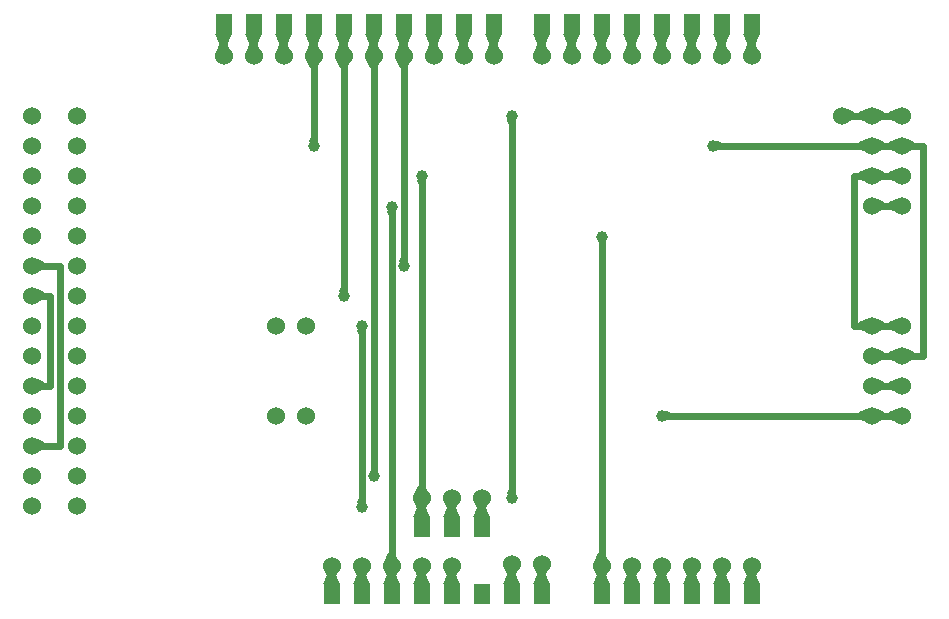
<source format=gbl>
G04 Layer: BottomLayer*
G04 EasyEDA v6.5.5, 2022-06-04 12:09:53*
G04 3e123cf2e83c460a892e92cee729170b,ccec236b37084310ae2d027740726036,10*
G04 Gerber Generator version 0.2*
G04 Scale: 100 percent, Rotated: No, Reflected: No *
G04 Dimensions in millimeters *
G04 leading zeros omitted , absolute positions ,4 integer and 5 decimal *
%FSLAX45Y45*%
%MOMM*%

%ADD12C,0.6000*%
%ADD13C,1.0000*%
%ADD14R,1.4224X1.7069*%
%ADD15C,1.5240*%

%LPD*%
G36*
X4541977Y3998061D02*
G01*
X4500880Y3908044D01*
X4643120Y3908044D01*
X4602022Y3998061D01*
G37*
G36*
X4287977Y3998061D02*
G01*
X4246880Y3908044D01*
X4389120Y3908044D01*
X4348022Y3998061D01*
G37*
G36*
X4033977Y3998061D02*
G01*
X3992879Y3908044D01*
X4135120Y3908044D01*
X4094022Y3998061D01*
G37*
G36*
X4033977Y3998061D02*
G01*
X3992879Y3908044D01*
X4135120Y3908044D01*
X4094022Y3998061D01*
G37*
G36*
X4287977Y3998061D02*
G01*
X4246880Y3908044D01*
X4389120Y3908044D01*
X4348022Y3998061D01*
G37*
G36*
X4541977Y3998061D02*
G01*
X4500880Y3908044D01*
X4643120Y3908044D01*
X4602022Y3998061D01*
G37*
G36*
X5049977Y3426561D02*
G01*
X5008880Y3336544D01*
X5151120Y3336544D01*
X5109972Y3426561D01*
G37*
G36*
X4795977Y3426561D02*
G01*
X4754880Y3336544D01*
X4897120Y3336544D01*
X4855972Y3426561D01*
G37*
G36*
X4287977Y3426561D02*
G01*
X4246880Y3336544D01*
X4389120Y3336544D01*
X4348022Y3426561D01*
G37*
G36*
X4033977Y3426561D02*
G01*
X3992879Y3336544D01*
X4135120Y3336544D01*
X4094022Y3426561D01*
G37*
G36*
X3779977Y3426561D02*
G01*
X3738879Y3336544D01*
X3881120Y3336544D01*
X3840022Y3426561D01*
G37*
G36*
X3525977Y3426561D02*
G01*
X3484879Y3336544D01*
X3627120Y3336544D01*
X3586022Y3426561D01*
G37*
G36*
X3271977Y3426561D02*
G01*
X3230880Y3336544D01*
X3373120Y3336544D01*
X3332022Y3426561D01*
G37*
G36*
X6827977Y3426561D02*
G01*
X6786880Y3336544D01*
X6929120Y3336544D01*
X6888022Y3426561D01*
G37*
G36*
X6573977Y3426561D02*
G01*
X6532880Y3336544D01*
X6675120Y3336544D01*
X6634022Y3426561D01*
G37*
G36*
X6319977Y3426561D02*
G01*
X6278880Y3336544D01*
X6421120Y3336544D01*
X6380022Y3426561D01*
G37*
G36*
X6065977Y3426561D02*
G01*
X6024880Y3336544D01*
X6167120Y3336544D01*
X6126022Y3426561D01*
G37*
G36*
X5811977Y3426561D02*
G01*
X5770880Y3336544D01*
X5913120Y3336544D01*
X5872022Y3426561D01*
G37*
G36*
X5557977Y3426561D02*
G01*
X5516880Y3336544D01*
X5659120Y3336544D01*
X5618022Y3426561D01*
G37*
G36*
X5008880Y7991856D02*
G01*
X5049977Y7901838D01*
X5110022Y7901838D01*
X5151120Y7991856D01*
G37*
G36*
X5262880Y7991856D02*
G01*
X5303977Y7901838D01*
X5364022Y7901838D01*
X5405120Y7991856D01*
G37*
G36*
X5516880Y7991856D02*
G01*
X5557977Y7901838D01*
X5618022Y7901838D01*
X5659120Y7991856D01*
G37*
G36*
X5770880Y7991856D02*
G01*
X5811977Y7901838D01*
X5871972Y7901838D01*
X5913069Y7991856D01*
G37*
G36*
X6024880Y7991856D02*
G01*
X6065977Y7901838D01*
X6125972Y7901838D01*
X6167069Y7991856D01*
G37*
G36*
X6278880Y7991805D02*
G01*
X6319977Y7901838D01*
X6379972Y7901838D01*
X6421069Y7991805D01*
G37*
G36*
X6532880Y7991805D02*
G01*
X6573977Y7901838D01*
X6633972Y7901838D01*
X6675069Y7991805D01*
G37*
G36*
X6786880Y7991805D02*
G01*
X6827977Y7901838D01*
X6887972Y7901838D01*
X6929069Y7991805D01*
G37*
G36*
X2316480Y7991805D02*
G01*
X2357577Y7901838D01*
X2417622Y7901838D01*
X2458720Y7991805D01*
G37*
G36*
X2570480Y7991805D02*
G01*
X2611577Y7901838D01*
X2671622Y7901838D01*
X2712720Y7991805D01*
G37*
G36*
X2824480Y7991805D02*
G01*
X2865577Y7901838D01*
X2925622Y7901838D01*
X2966720Y7991805D01*
G37*
G36*
X3078480Y7991805D02*
G01*
X3119577Y7901838D01*
X3179622Y7901838D01*
X3220720Y7991805D01*
G37*
G36*
X3332479Y7991805D02*
G01*
X3373577Y7901838D01*
X3433622Y7901838D01*
X3474720Y7991805D01*
G37*
G36*
X3586479Y7991805D02*
G01*
X3627577Y7901838D01*
X3687622Y7901838D01*
X3728720Y7991805D01*
G37*
G36*
X3840479Y7991805D02*
G01*
X3881577Y7901838D01*
X3941622Y7901838D01*
X3982720Y7991805D01*
G37*
G36*
X4094479Y7991805D02*
G01*
X4135577Y7901838D01*
X4195622Y7901838D01*
X4236720Y7991805D01*
G37*
G36*
X4348480Y7991805D02*
G01*
X4389577Y7901838D01*
X4449622Y7901838D01*
X4490720Y7991805D01*
G37*
G36*
X4602480Y7991856D02*
G01*
X4643577Y7901838D01*
X4703622Y7901838D01*
X4744720Y7991856D01*
G37*
G36*
X6129070Y4799990D02*
G01*
X6129070Y4725009D01*
X6164072Y4732477D01*
X6164072Y4792522D01*
G37*
G36*
X4789271Y7270242D02*
G01*
X4795977Y7235088D01*
X4856022Y7233767D01*
X4864252Y7268565D01*
G37*
G36*
X4795977Y4132072D02*
G01*
X4788509Y4097070D01*
X4863490Y4097070D01*
X4856022Y4132072D01*
G37*
G36*
X3525977Y4055872D02*
G01*
X3518509Y4020870D01*
X3593490Y4020870D01*
X3586022Y4055872D01*
G37*
G36*
X3881577Y6100572D02*
G01*
X3874109Y6065570D01*
X3949090Y6065570D01*
X3941622Y6100572D01*
G37*
G36*
X4026509Y6761429D02*
G01*
X4033977Y6726428D01*
X4094022Y6726428D01*
X4101490Y6761429D01*
G37*
G36*
X3518509Y5491429D02*
G01*
X3525977Y5456428D01*
X3586022Y5456428D01*
X3593490Y5491429D01*
G37*
G36*
X3772509Y6494729D02*
G01*
X3779977Y6459728D01*
X3840022Y6459728D01*
X3847490Y6494729D01*
G37*
G36*
X3119577Y7116572D02*
G01*
X3112109Y7081570D01*
X3187090Y7081570D01*
X3179622Y7116572D01*
G37*
G36*
X3373577Y5846572D02*
G01*
X3366109Y5811570D01*
X3441090Y5811570D01*
X3433622Y5846572D01*
G37*
G36*
X6560870Y7085990D02*
G01*
X6560870Y7010958D01*
X6595872Y7018477D01*
X6595872Y7078472D01*
G37*
G36*
X4514850Y4015689D02*
G01*
X4541977Y3962349D01*
X4602022Y3962349D01*
X4629150Y4015689D01*
G37*
G36*
X4260850Y4013047D02*
G01*
X4287977Y3959707D01*
X4348022Y3959707D01*
X4375150Y4013047D01*
G37*
G36*
X4033977Y4165396D02*
G01*
X4006850Y4112056D01*
X4121150Y4112056D01*
X4094022Y4165396D01*
G37*
G36*
X4006850Y4011269D02*
G01*
X4033977Y3957929D01*
X4094022Y3957929D01*
X4121150Y4011269D01*
G37*
G36*
X7823606Y7359650D02*
G01*
X7770266Y7332522D01*
X7770317Y7272477D01*
X7823657Y7245350D01*
G37*
G36*
X7924444Y7359650D02*
G01*
X7924393Y7245350D01*
X7977784Y7272477D01*
X7977784Y7332522D01*
G37*
G36*
X7670393Y7359650D02*
G01*
X7670393Y7245350D01*
X7723733Y7272477D01*
X7723733Y7332522D01*
G37*
G36*
X4260850Y3442106D02*
G01*
X4287977Y3388766D01*
X4348022Y3388766D01*
X4375150Y3442106D01*
G37*
G36*
X4006850Y3443224D02*
G01*
X4033977Y3389884D01*
X4094022Y3389884D01*
X4121150Y3443224D01*
G37*
G36*
X3881577Y7914233D02*
G01*
X3854450Y7860893D01*
X3968750Y7860893D01*
X3941622Y7914233D01*
G37*
G36*
X3854450Y7760106D02*
G01*
X3881577Y7706766D01*
X3941622Y7706766D01*
X3968750Y7760106D01*
G37*
G36*
X4135577Y7914233D02*
G01*
X4108450Y7860893D01*
X4222750Y7860893D01*
X4195622Y7914233D01*
G37*
G36*
X4389577Y7914233D02*
G01*
X4362450Y7860893D01*
X4476750Y7860893D01*
X4449622Y7914233D01*
G37*
G36*
X4643577Y7914233D02*
G01*
X4616450Y7860893D01*
X4730750Y7860893D01*
X4703622Y7914233D01*
G37*
G36*
X5049977Y7914233D02*
G01*
X5022850Y7860893D01*
X5137150Y7860893D01*
X5110022Y7914233D01*
G37*
G36*
X5303977Y7914233D02*
G01*
X5276850Y7860893D01*
X5391150Y7860893D01*
X5364022Y7914233D01*
G37*
G36*
X5557977Y7914233D02*
G01*
X5530850Y7860893D01*
X5645150Y7860893D01*
X5618022Y7914233D01*
G37*
G36*
X8077606Y7359650D02*
G01*
X8024266Y7332522D01*
X8024266Y7272477D01*
X8077606Y7245350D01*
G37*
G36*
X8077606Y7105650D02*
G01*
X8024266Y7078472D01*
X8024266Y7018477D01*
X8077606Y6991350D01*
G37*
G36*
X8077606Y7105650D02*
G01*
X8024266Y7078472D01*
X8024266Y7018477D01*
X8077606Y6991350D01*
G37*
G36*
X8178393Y7105650D02*
G01*
X8178393Y6991350D01*
X8231733Y7018477D01*
X8231733Y7078472D01*
G37*
G36*
X8077606Y6851650D02*
G01*
X8024266Y6824472D01*
X8024266Y6764477D01*
X8077606Y6737350D01*
G37*
G36*
X8077606Y6597650D02*
G01*
X8024266Y6570472D01*
X8024266Y6510477D01*
X8077606Y6483350D01*
G37*
G36*
X7823606Y6851650D02*
G01*
X7770215Y6824472D01*
X7770215Y6764477D01*
X7823555Y6737350D01*
G37*
G36*
X7924342Y6851650D02*
G01*
X7924393Y6737350D01*
X7977733Y6764477D01*
X7977733Y6824472D01*
G37*
G36*
X7823555Y7105599D02*
G01*
X7770215Y7078472D01*
X7770215Y7018477D01*
X7823555Y6991299D01*
G37*
G36*
X7924393Y7105599D02*
G01*
X7924393Y6991299D01*
X7977733Y7018477D01*
X7977733Y7078472D01*
G37*
G36*
X7924342Y7105650D02*
G01*
X7924393Y6991350D01*
X7977733Y7018477D01*
X7977733Y7078472D01*
G37*
G36*
X7823606Y7359650D02*
G01*
X7770215Y7332522D01*
X7770215Y7272477D01*
X7823555Y7245350D01*
G37*
G36*
X7924342Y7359650D02*
G01*
X7924393Y7245350D01*
X7977733Y7272477D01*
X7977733Y7332522D01*
G37*
G36*
X7924393Y6597599D02*
G01*
X7924393Y6483299D01*
X7977733Y6510477D01*
X7977733Y6570472D01*
G37*
G36*
X8077606Y5073599D02*
G01*
X8024266Y5046472D01*
X8024266Y4986477D01*
X8077606Y4959299D01*
G37*
G36*
X8178393Y5327650D02*
G01*
X8178393Y5213350D01*
X8231733Y5240477D01*
X8231733Y5300472D01*
G37*
G36*
X8077606Y5327650D02*
G01*
X8024266Y5300472D01*
X8024266Y5240477D01*
X8077606Y5213350D01*
G37*
G36*
X8077606Y5581650D02*
G01*
X8024266Y5554472D01*
X8024266Y5494477D01*
X8077606Y5467350D01*
G37*
G36*
X8077606Y4819650D02*
G01*
X8024266Y4792522D01*
X8024266Y4732477D01*
X8077606Y4705350D01*
G37*
G36*
X7823606Y4819650D02*
G01*
X7770215Y4792522D01*
X7770215Y4732477D01*
X7823555Y4705350D01*
G37*
G36*
X7924342Y4819650D02*
G01*
X7924393Y4705350D01*
X7977733Y4732477D01*
X7977733Y4792522D01*
G37*
G36*
X7924393Y5073599D02*
G01*
X7924393Y4959299D01*
X7977733Y4986477D01*
X7977733Y5046472D01*
G37*
G36*
X7924393Y5327650D02*
G01*
X7924393Y5213350D01*
X7977733Y5240477D01*
X7977733Y5300472D01*
G37*
G36*
X7924342Y5581650D02*
G01*
X7924393Y5467350D01*
X7977733Y5494477D01*
X7977733Y5554472D01*
G37*
G36*
X7823606Y5581650D02*
G01*
X7770215Y5554472D01*
X7770215Y5494477D01*
X7823555Y5467350D01*
G37*
G36*
X6800850Y3442106D02*
G01*
X6827977Y3388766D01*
X6888022Y3388766D01*
X6915150Y3442106D01*
G37*
G36*
X6546850Y3442106D02*
G01*
X6573977Y3388766D01*
X6634022Y3388766D01*
X6661150Y3442106D01*
G37*
G36*
X5530850Y3442106D02*
G01*
X5557977Y3388766D01*
X5618022Y3388766D01*
X5645150Y3442106D01*
G37*
G36*
X5557977Y3596233D02*
G01*
X5530850Y3542893D01*
X5645150Y3542893D01*
X5618022Y3596233D01*
G37*
G36*
X5784850Y3442106D02*
G01*
X5811977Y3388766D01*
X5872022Y3388766D01*
X5899150Y3442106D01*
G37*
G36*
X6038850Y3442106D02*
G01*
X6065977Y3388766D01*
X6126022Y3388766D01*
X6153150Y3442106D01*
G37*
G36*
X6292850Y3442106D02*
G01*
X6319977Y3388766D01*
X6380022Y3388766D01*
X6407150Y3442106D01*
G37*
G36*
X4768850Y3454806D02*
G01*
X4795977Y3401466D01*
X4855972Y3401466D01*
X4883150Y3454806D01*
G37*
G36*
X5022850Y3454806D02*
G01*
X5049977Y3401466D01*
X5109972Y3401466D01*
X5137150Y3454806D01*
G37*
G36*
X3752850Y3442106D02*
G01*
X3779977Y3388766D01*
X3840022Y3388766D01*
X3867150Y3442106D01*
G37*
G36*
X3779977Y3596233D02*
G01*
X3752850Y3542893D01*
X3867150Y3542893D01*
X3840022Y3596233D01*
G37*
G36*
X3498850Y3442106D02*
G01*
X3525977Y3388766D01*
X3586022Y3388766D01*
X3613150Y3442106D01*
G37*
G36*
X3244850Y3442106D02*
G01*
X3271977Y3388766D01*
X3332022Y3388766D01*
X3359150Y3442106D01*
G37*
G36*
X2357577Y7914233D02*
G01*
X2330450Y7860893D01*
X2444750Y7860893D01*
X2417622Y7914233D01*
G37*
G36*
X2611577Y7914233D02*
G01*
X2584450Y7860893D01*
X2698750Y7860893D01*
X2671622Y7914233D01*
G37*
G36*
X2865577Y7914233D02*
G01*
X2838450Y7860893D01*
X2952750Y7860893D01*
X2925622Y7914233D01*
G37*
G36*
X3119577Y7914233D02*
G01*
X3092450Y7860893D01*
X3206750Y7860893D01*
X3179622Y7914233D01*
G37*
G36*
X3092450Y7760106D02*
G01*
X3119577Y7706766D01*
X3179622Y7706766D01*
X3206750Y7760106D01*
G37*
G36*
X3373577Y7914233D02*
G01*
X3346450Y7860893D01*
X3460750Y7860893D01*
X3433622Y7914233D01*
G37*
G36*
X3346450Y7760106D02*
G01*
X3373577Y7706766D01*
X3433622Y7706766D01*
X3460750Y7760106D01*
G37*
G36*
X3627577Y7914233D02*
G01*
X3600450Y7860893D01*
X3714750Y7860893D01*
X3687622Y7914233D01*
G37*
G36*
X3600450Y7760106D02*
G01*
X3627577Y7706766D01*
X3687622Y7706766D01*
X3714750Y7760106D01*
G37*
G36*
X5811977Y7914233D02*
G01*
X5784850Y7860893D01*
X5899150Y7860893D01*
X5871972Y7914233D01*
G37*
G36*
X6065977Y7914233D02*
G01*
X6038850Y7860893D01*
X6153150Y7860893D01*
X6125972Y7914233D01*
G37*
G36*
X6827977Y7914233D02*
G01*
X6800850Y7860893D01*
X6915150Y7860893D01*
X6887972Y7914233D01*
G37*
G36*
X6573977Y7914233D02*
G01*
X6546850Y7860893D01*
X6661150Y7860893D01*
X6633972Y7914233D01*
G37*
G36*
X6319977Y7914233D02*
G01*
X6292850Y7860893D01*
X6407150Y7860893D01*
X6379972Y7914233D01*
G37*
G36*
X812393Y4565650D02*
G01*
X812393Y4451350D01*
X865733Y4478477D01*
X865733Y4538472D01*
G37*
G36*
X812393Y5073650D02*
G01*
X812393Y4959350D01*
X865733Y4986477D01*
X865733Y5046472D01*
G37*
G36*
X812393Y6089650D02*
G01*
X812393Y5975350D01*
X865733Y6002477D01*
X865733Y6062472D01*
G37*
G36*
X812393Y5835650D02*
G01*
X812393Y5721350D01*
X865733Y5748477D01*
X865733Y5808472D01*
G37*
D12*
X6096000Y4762500D02*
G01*
X8128000Y4762500D01*
X7874000Y5016474D02*
G01*
X8128000Y5016474D01*
X4572000Y4066070D02*
G01*
X4572000Y3822700D01*
X4318000Y4063471D02*
G01*
X4318000Y3822700D01*
X3302000Y3492500D02*
G01*
X3302000Y3251200D01*
X3556000Y3492500D02*
G01*
X3556000Y3251200D01*
X3810000Y3251200D02*
G01*
X3810000Y6527800D01*
X4064000Y3493609D02*
G01*
X4064000Y3251200D01*
X4318000Y3492500D02*
G01*
X4318000Y3251200D01*
X4825987Y3505200D02*
G01*
X4826000Y3251200D01*
X5079987Y3505200D02*
G01*
X5080000Y3251200D01*
X5842000Y3492500D02*
G01*
X5842000Y3251200D01*
X6096000Y3492500D02*
G01*
X6096000Y3251200D01*
X6350000Y3492500D02*
G01*
X6350000Y3251200D01*
X6604000Y3492500D02*
G01*
X6604000Y3251200D01*
X6858000Y3492500D02*
G01*
X6858000Y3251200D01*
X6857974Y8077174D02*
G01*
X6857974Y7810525D01*
X6603974Y8077174D02*
G01*
X6603974Y7810525D01*
X6349974Y8077174D02*
G01*
X6349974Y7810525D01*
X6095974Y8077200D02*
G01*
X6095974Y7810525D01*
X5841974Y8077200D02*
G01*
X5841974Y7810525D01*
X5588000Y8077200D02*
G01*
X5588000Y7810500D01*
X5334000Y8077200D02*
G01*
X5334000Y7810500D01*
X5080000Y8077200D02*
G01*
X5080000Y7810500D01*
X4673600Y8077200D02*
G01*
X4673600Y7810500D01*
X4419600Y8077174D02*
G01*
X4419600Y7810500D01*
X4165600Y8077174D02*
G01*
X4165600Y7810500D01*
X3911600Y8077200D02*
G01*
X3911600Y6032500D01*
X3657600Y8077200D02*
G01*
X3657600Y4254500D01*
X3403600Y8077200D02*
G01*
X3403600Y5778500D01*
X3149600Y8077200D02*
G01*
X3149600Y7048500D01*
X2895600Y8077174D02*
G01*
X2895600Y7810500D01*
X2641600Y8077174D02*
G01*
X2641600Y7810500D01*
X2387600Y8077174D02*
G01*
X2387600Y7810500D01*
X7620000Y7302500D02*
G01*
X8128000Y7302500D01*
X5588000Y3251200D02*
G01*
X5588000Y6273794D01*
X4064000Y3822700D02*
G01*
X4064000Y4061655D01*
X4064000Y4061655D02*
G01*
X4064000Y6781794D01*
X4826000Y4064000D02*
G01*
X4826000Y7289787D01*
X3556000Y3987812D02*
G01*
X3556000Y5524500D01*
X8128025Y5524494D02*
G01*
X7721625Y5524494D01*
X7721625Y6794494D01*
X8128025Y6794494D01*
X8128025Y7048494D02*
G01*
X8305825Y7048494D01*
X8305825Y5270494D01*
X7874025Y5270494D01*
X7874025Y7048494D02*
G01*
X8128025Y7048494D01*
X762025Y5016494D02*
G01*
X914425Y5016494D01*
X914425Y5778494D01*
X762025Y5778494D01*
X762025Y4508494D02*
G01*
X1003325Y4508494D01*
X1003325Y6032494D01*
X762025Y6032494D01*
X8128000Y6540474D02*
G01*
X7874000Y6540474D01*
X6527800Y7048474D02*
G01*
X8128000Y7048474D01*
D14*
G01*
X4673600Y8077200D03*
G01*
X4419600Y8077174D03*
G01*
X4165600Y8077174D03*
G01*
X3911600Y8077174D03*
G01*
X3657600Y8077174D03*
G01*
X3403600Y8077174D03*
G01*
X3149600Y8077174D03*
G01*
X2895600Y8077174D03*
G01*
X2641600Y8077174D03*
G01*
X2387600Y8077174D03*
G01*
X6857974Y8077174D03*
G01*
X6603974Y8077174D03*
G01*
X6349974Y8077174D03*
G01*
X6095974Y8077200D03*
G01*
X5841974Y8077200D03*
G01*
X5588000Y8077200D03*
G01*
X5334000Y8077200D03*
G01*
X5080000Y8077200D03*
G01*
X5588000Y3251200D03*
G01*
X5842000Y3251200D03*
G01*
X6096000Y3251200D03*
G01*
X6350000Y3251200D03*
G01*
X6604000Y3251200D03*
G01*
X6858000Y3251200D03*
G01*
X3302000Y3251200D03*
G01*
X3556000Y3251200D03*
G01*
X3810000Y3251200D03*
G01*
X4064000Y3251200D03*
G01*
X4318000Y3251200D03*
G01*
X4572000Y3251200D03*
G01*
X4826000Y3251200D03*
G01*
X5080000Y3251200D03*
D15*
G01*
X4572000Y4066082D03*
D14*
G01*
X4572000Y3822700D03*
D15*
G01*
X4318000Y4063466D03*
D14*
G01*
X4318000Y3822700D03*
D15*
G01*
X4064000Y4061663D03*
D14*
G01*
X4064000Y3822700D03*
D15*
G01*
X2828163Y5524474D03*
G01*
X3082188Y5524474D03*
G01*
X3082010Y4762474D03*
G01*
X2827985Y4762474D03*
G01*
X7874025Y7302525D03*
G01*
X7620000Y7302500D03*
G01*
X4318000Y3492500D03*
G01*
X4064000Y3493617D03*
G01*
X3911600Y7810500D03*
G01*
X4165600Y7810500D03*
G01*
X4419600Y7810500D03*
G01*
X4673600Y7810500D03*
G01*
X5080000Y7810500D03*
G01*
X5334000Y7810500D03*
G01*
X5588000Y7810500D03*
D14*
G01*
X4064000Y3822700D03*
G01*
X4318000Y3822700D03*
G01*
X4572000Y3822700D03*
D15*
G01*
X8128000Y7302500D03*
G01*
X8128000Y7048500D03*
G01*
X8128000Y6794500D03*
G01*
X8128000Y6540500D03*
G01*
X7873974Y6794474D03*
G01*
X7873974Y7048474D03*
G01*
X7873974Y7302474D03*
G01*
X7873974Y6540474D03*
G01*
X8128000Y5016474D03*
G01*
X8128000Y5270474D03*
G01*
X8128000Y5524474D03*
G01*
X8128000Y4762474D03*
G01*
X7873974Y4762474D03*
G01*
X7874000Y5016474D03*
G01*
X7874000Y5270474D03*
G01*
X7873974Y5524474D03*
G01*
X6858000Y3492500D03*
G01*
X6604000Y3492500D03*
G01*
X5588000Y3492500D03*
G01*
X5842000Y3492500D03*
G01*
X6096000Y3492500D03*
G01*
X6350000Y3492500D03*
G01*
X4826000Y3505200D03*
G01*
X5080000Y3505200D03*
G01*
X3810000Y3492500D03*
G01*
X3556000Y3492500D03*
G01*
X3302000Y3492500D03*
G01*
X2387600Y7810500D03*
G01*
X2641600Y7810500D03*
G01*
X2895600Y7810500D03*
G01*
X3149600Y7810500D03*
G01*
X3403600Y7810500D03*
G01*
X3657600Y7810500D03*
G01*
X5842000Y7810500D03*
G01*
X6096000Y7810500D03*
G01*
X6858000Y7810500D03*
G01*
X6604000Y7810500D03*
G01*
X6350000Y7810500D03*
G01*
X1143000Y4000474D03*
G01*
X1143000Y7302474D03*
G01*
X1143000Y7048474D03*
G01*
X1143000Y6794474D03*
G01*
X1143000Y6540474D03*
G01*
X1143000Y6286474D03*
G01*
X1143000Y6032474D03*
G01*
X1143000Y5778474D03*
G01*
X1143000Y5524474D03*
G01*
X1143000Y5270474D03*
G01*
X1143000Y4508474D03*
G01*
X1143000Y5016474D03*
G01*
X1143000Y4762474D03*
G01*
X1143000Y4254474D03*
G01*
X762000Y4000474D03*
G01*
X762000Y4254474D03*
G01*
X762000Y4508474D03*
G01*
X762000Y4762474D03*
G01*
X762000Y5016474D03*
G01*
X762000Y5270474D03*
G01*
X762000Y7302474D03*
G01*
X762000Y7048474D03*
G01*
X762000Y6794474D03*
G01*
X762000Y6540474D03*
G01*
X762000Y6286474D03*
G01*
X762000Y6032474D03*
G01*
X762000Y5778474D03*
G01*
X762000Y5524474D03*
D13*
G01*
X6096000Y4762500D03*
G01*
X4827524Y7302500D03*
G01*
X4826000Y4064000D03*
G01*
X3556000Y3987800D03*
G01*
X3657600Y4254500D03*
G01*
X3911600Y6032500D03*
G01*
X5588000Y6273800D03*
G01*
X4064000Y6794500D03*
G01*
X3556000Y5524500D03*
G01*
X3810000Y6527800D03*
G01*
X3149600Y7048500D03*
G01*
X3403600Y5778500D03*
G01*
X6527800Y7048474D03*
M02*

</source>
